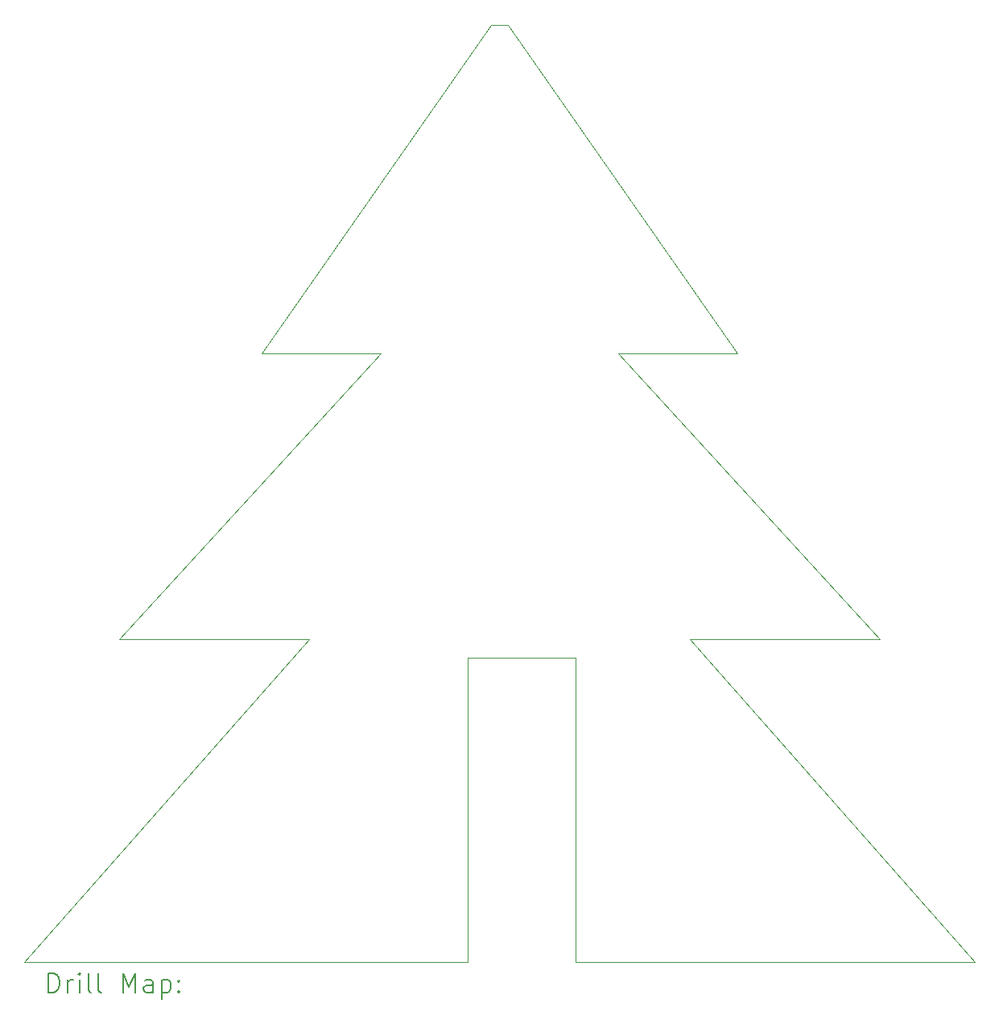
<source format=gbr>
%TF.GenerationSoftware,KiCad,Pcbnew,7.0.8*%
%TF.CreationDate,2024-06-18T20:25:42+02:00*%
%TF.ProjectId,PCB_Christmas_Tree,5043425f-4368-4726-9973-746d61735f54,rev?*%
%TF.SameCoordinates,Original*%
%TF.FileFunction,Drillmap*%
%TF.FilePolarity,Positive*%
%FSLAX45Y45*%
G04 Gerber Fmt 4.5, Leading zero omitted, Abs format (unit mm)*
G04 Created by KiCad (PCBNEW 7.0.8) date 2024-06-18 20:25:42*
%MOMM*%
%LPD*%
G01*
G04 APERTURE LIST*
%ADD10C,0.100000*%
%ADD11C,0.200000*%
G04 APERTURE END LIST*
D10*
X20719146Y-10977631D02*
X19583546Y-10977631D01*
X21169146Y-7777630D02*
X22419145Y-7777630D01*
X19829146Y-4317631D02*
X17419146Y-7777630D01*
X20009146Y-4317631D02*
X19829146Y-4317631D01*
X20009146Y-4317631D02*
X22419145Y-7777630D01*
X20719146Y-14177630D02*
X20719146Y-10977631D01*
X21919146Y-10777631D02*
X24919145Y-14177630D01*
X20719146Y-14177630D02*
X24919145Y-14177630D01*
X14919145Y-14177630D02*
X19583546Y-14176230D01*
X19583546Y-10977631D02*
X19583546Y-14176230D01*
X23919145Y-10777631D02*
X21919146Y-10777631D01*
X17919146Y-10777631D02*
X14919145Y-14177630D01*
X17419146Y-7777630D02*
X18669146Y-7777630D01*
X21169146Y-7777630D02*
X23919145Y-10777631D01*
X18669146Y-7777630D02*
X15919145Y-10777631D01*
X17919146Y-10777631D02*
X15919145Y-10777631D01*
D11*
X15174922Y-14494114D02*
X15174922Y-14294114D01*
X15174922Y-14294114D02*
X15222541Y-14294114D01*
X15222541Y-14294114D02*
X15251113Y-14303638D01*
X15251113Y-14303638D02*
X15270160Y-14322686D01*
X15270160Y-14322686D02*
X15279684Y-14341733D01*
X15279684Y-14341733D02*
X15289208Y-14379828D01*
X15289208Y-14379828D02*
X15289208Y-14408400D01*
X15289208Y-14408400D02*
X15279684Y-14446495D01*
X15279684Y-14446495D02*
X15270160Y-14465543D01*
X15270160Y-14465543D02*
X15251113Y-14484590D01*
X15251113Y-14484590D02*
X15222541Y-14494114D01*
X15222541Y-14494114D02*
X15174922Y-14494114D01*
X15374922Y-14494114D02*
X15374922Y-14360781D01*
X15374922Y-14398876D02*
X15384446Y-14379828D01*
X15384446Y-14379828D02*
X15393970Y-14370305D01*
X15393970Y-14370305D02*
X15413017Y-14360781D01*
X15413017Y-14360781D02*
X15432065Y-14360781D01*
X15498732Y-14494114D02*
X15498732Y-14360781D01*
X15498732Y-14294114D02*
X15489208Y-14303638D01*
X15489208Y-14303638D02*
X15498732Y-14313162D01*
X15498732Y-14313162D02*
X15508256Y-14303638D01*
X15508256Y-14303638D02*
X15498732Y-14294114D01*
X15498732Y-14294114D02*
X15498732Y-14313162D01*
X15622541Y-14494114D02*
X15603494Y-14484590D01*
X15603494Y-14484590D02*
X15593970Y-14465543D01*
X15593970Y-14465543D02*
X15593970Y-14294114D01*
X15727303Y-14494114D02*
X15708256Y-14484590D01*
X15708256Y-14484590D02*
X15698732Y-14465543D01*
X15698732Y-14465543D02*
X15698732Y-14294114D01*
X15955875Y-14494114D02*
X15955875Y-14294114D01*
X15955875Y-14294114D02*
X16022541Y-14436971D01*
X16022541Y-14436971D02*
X16089208Y-14294114D01*
X16089208Y-14294114D02*
X16089208Y-14494114D01*
X16270160Y-14494114D02*
X16270160Y-14389352D01*
X16270160Y-14389352D02*
X16260637Y-14370305D01*
X16260637Y-14370305D02*
X16241589Y-14360781D01*
X16241589Y-14360781D02*
X16203494Y-14360781D01*
X16203494Y-14360781D02*
X16184446Y-14370305D01*
X16270160Y-14484590D02*
X16251113Y-14494114D01*
X16251113Y-14494114D02*
X16203494Y-14494114D01*
X16203494Y-14494114D02*
X16184446Y-14484590D01*
X16184446Y-14484590D02*
X16174922Y-14465543D01*
X16174922Y-14465543D02*
X16174922Y-14446495D01*
X16174922Y-14446495D02*
X16184446Y-14427448D01*
X16184446Y-14427448D02*
X16203494Y-14417924D01*
X16203494Y-14417924D02*
X16251113Y-14417924D01*
X16251113Y-14417924D02*
X16270160Y-14408400D01*
X16365398Y-14360781D02*
X16365398Y-14560781D01*
X16365398Y-14370305D02*
X16384446Y-14360781D01*
X16384446Y-14360781D02*
X16422541Y-14360781D01*
X16422541Y-14360781D02*
X16441589Y-14370305D01*
X16441589Y-14370305D02*
X16451113Y-14379828D01*
X16451113Y-14379828D02*
X16460637Y-14398876D01*
X16460637Y-14398876D02*
X16460637Y-14456019D01*
X16460637Y-14456019D02*
X16451113Y-14475067D01*
X16451113Y-14475067D02*
X16441589Y-14484590D01*
X16441589Y-14484590D02*
X16422541Y-14494114D01*
X16422541Y-14494114D02*
X16384446Y-14494114D01*
X16384446Y-14494114D02*
X16365398Y-14484590D01*
X16546351Y-14475067D02*
X16555875Y-14484590D01*
X16555875Y-14484590D02*
X16546351Y-14494114D01*
X16546351Y-14494114D02*
X16536827Y-14484590D01*
X16536827Y-14484590D02*
X16546351Y-14475067D01*
X16546351Y-14475067D02*
X16546351Y-14494114D01*
X16546351Y-14370305D02*
X16555875Y-14379828D01*
X16555875Y-14379828D02*
X16546351Y-14389352D01*
X16546351Y-14389352D02*
X16536827Y-14379828D01*
X16536827Y-14379828D02*
X16546351Y-14370305D01*
X16546351Y-14370305D02*
X16546351Y-14389352D01*
M02*

</source>
